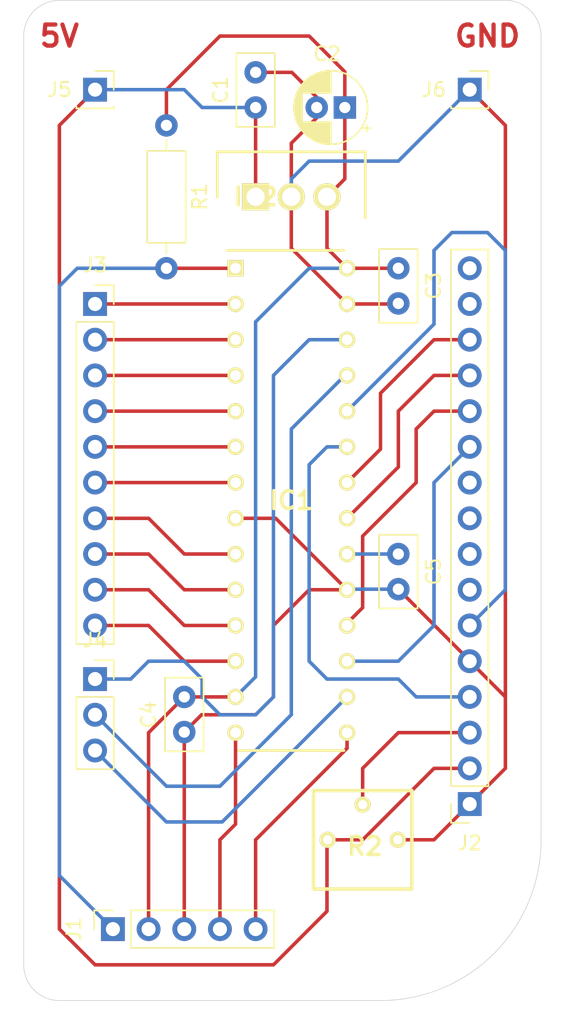
<source format=kicad_pcb>
(kicad_pcb (version 20171130) (host pcbnew "(5.1.9)-1")

  (general
    (thickness 1.6)
    (drawings 10)
    (tracks 155)
    (zones 0)
    (modules 15)
    (nets 34)
  )

  (page A4)
  (layers
    (0 F.Cu signal)
    (31 B.Cu signal)
    (32 B.Adhes user)
    (33 F.Adhes user)
    (34 B.Paste user)
    (35 F.Paste user)
    (36 B.SilkS user)
    (37 F.SilkS user)
    (38 B.Mask user)
    (39 F.Mask user)
    (40 Dwgs.User user)
    (41 Cmts.User user)
    (42 Eco1.User user)
    (43 Eco2.User user)
    (44 Edge.Cuts user)
    (45 Margin user)
    (46 B.CrtYd user)
    (47 F.CrtYd user)
    (48 B.Fab user)
    (49 F.Fab user)
  )

  (setup
    (last_trace_width 0.25)
    (trace_clearance 0.2)
    (zone_clearance 0.508)
    (zone_45_only no)
    (trace_min 0.2)
    (via_size 0.8)
    (via_drill 0.4)
    (via_min_size 0.4)
    (via_min_drill 0.3)
    (uvia_size 0.3)
    (uvia_drill 0.1)
    (uvias_allowed no)
    (uvia_min_size 0.2)
    (uvia_min_drill 0.1)
    (edge_width 0.05)
    (segment_width 0.2)
    (pcb_text_width 0.3)
    (pcb_text_size 1.5 1.5)
    (mod_edge_width 0.12)
    (mod_text_size 1 1)
    (mod_text_width 0.15)
    (pad_size 1.524 1.524)
    (pad_drill 0.762)
    (pad_to_mask_clearance 0)
    (aux_axis_origin 0 0)
    (visible_elements FFFDEF7F)
    (pcbplotparams
      (layerselection 0x010fc_ffffffff)
      (usegerberextensions false)
      (usegerberattributes true)
      (usegerberadvancedattributes true)
      (creategerberjobfile true)
      (excludeedgelayer true)
      (linewidth 0.100000)
      (plotframeref false)
      (viasonmask false)
      (mode 1)
      (useauxorigin false)
      (hpglpennumber 1)
      (hpglpenspeed 20)
      (hpglpendiameter 15.000000)
      (psnegative false)
      (psa4output false)
      (plotreference true)
      (plotvalue true)
      (plotinvisibletext false)
      (padsonsilk false)
      (subtractmaskfromsilk false)
      (outputformat 1)
      (mirror false)
      (drillshape 1)
      (scaleselection 1)
      (outputdirectory ""))
  )

  (net 0 "")
  (net 1 +5V)
  (net 2 GND)
  (net 3 +3V3)
  (net 4 "Net-(C5-Pad1)")
  (net 5 "Net-(IC1-Pad1)")
  (net 6 PIN02)
  (net 7 PIN03)
  (net 8 PIN04)
  (net 9 PIN05)
  (net 10 PIN06)
  (net 11 "Net-(IC1-Pad7)")
  (net 12 PIN09)
  (net 13 PIN10)
  (net 14 PIN11)
  (net 15 PIN12)
  (net 16 PGD)
  (net 17 PGC)
  (net 18 PIN16)
  (net 19 DB4)
  (net 20 DB5)
  (net 21 DB6)
  (net 22 DB7)
  (net 23 RS)
  (net 24 E)
  (net 25 PIN25)
  (net 26 PIN26)
  (net 27 "Net-(J2-Pad3)")
  (net 28 "Net-(J2-Pad7)")
  (net 29 "Net-(J2-Pad8)")
  (net 30 "Net-(J2-Pad9)")
  (net 31 "Net-(J2-Pad10)")
  (net 32 "Net-(J2-Pad15)")
  (net 33 "Net-(J2-Pad16)")

  (net_class Default "This is the default net class."
    (clearance 0.2)
    (trace_width 0.25)
    (via_dia 0.8)
    (via_drill 0.4)
    (uvia_dia 0.3)
    (uvia_drill 0.1)
    (add_net +3V3)
    (add_net +5V)
    (add_net DB4)
    (add_net DB5)
    (add_net DB6)
    (add_net DB7)
    (add_net E)
    (add_net GND)
    (add_net "Net-(C5-Pad1)")
    (add_net "Net-(IC1-Pad1)")
    (add_net "Net-(IC1-Pad7)")
    (add_net "Net-(J2-Pad10)")
    (add_net "Net-(J2-Pad15)")
    (add_net "Net-(J2-Pad16)")
    (add_net "Net-(J2-Pad3)")
    (add_net "Net-(J2-Pad7)")
    (add_net "Net-(J2-Pad8)")
    (add_net "Net-(J2-Pad9)")
    (add_net PGC)
    (add_net PGD)
    (add_net PIN02)
    (add_net PIN03)
    (add_net PIN04)
    (add_net PIN05)
    (add_net PIN06)
    (add_net PIN09)
    (add_net PIN10)
    (add_net PIN11)
    (add_net PIN12)
    (add_net PIN16)
    (add_net PIN25)
    (add_net PIN26)
    (add_net RS)
  )

  (module DSPIC33EP64MC502-I_SP:DIP794W56P254L3486H508Q28N (layer F.Cu) (tedit 5FF0C7DB) (tstamp 5FF16B02)
    (at 143.51 99.06)
    (descr "28-Lead Skinny Plastic Dual In-Line (SP) - 300mil Body [PDIP]")
    (tags "Integrated Circuit")
    (path /5FF203EE)
    (fp_text reference IC1 (at 0 0) (layer F.SilkS)
      (effects (font (size 1.27 1.27) (thickness 0.254)))
    )
    (fp_text value DSPIC33EP64MC502-I_SP (at 0 0) (layer F.SilkS) hide
      (effects (font (size 1.27 1.27) (thickness 0.254)))
    )
    (fp_line (start -5.084 -18.03) (end 5.084 -18.03) (layer Dwgs.User) (width 0.05))
    (fp_line (start 5.084 -18.03) (end 5.084 18.03) (layer Dwgs.User) (width 0.05))
    (fp_line (start 5.084 18.03) (end -5.084 18.03) (layer Dwgs.User) (width 0.05))
    (fp_line (start -5.084 18.03) (end -5.084 -18.03) (layer Dwgs.User) (width 0.05))
    (fp_line (start -3.746 -17.78) (end 3.746 -17.78) (layer Dwgs.User) (width 0.1))
    (fp_line (start 3.746 -17.78) (end 3.746 17.78) (layer Dwgs.User) (width 0.1))
    (fp_line (start 3.746 17.78) (end -3.746 17.78) (layer Dwgs.User) (width 0.1))
    (fp_line (start -3.746 17.78) (end -3.746 -17.78) (layer Dwgs.User) (width 0.1))
    (fp_line (start -3.746 -16.51) (end -2.476 -17.78) (layer Dwgs.User) (width 0.1))
    (fp_line (start -4.548 -17.78) (end 3.746 -17.78) (layer F.SilkS) (width 0.2))
    (fp_line (start -3.746 17.78) (end 3.746 17.78) (layer F.SilkS) (width 0.2))
    (pad 1 thru_hole rect (at -3.969 -16.51 90) (size 1.159 1.159) (drill 0.759) (layers *.Cu *.Mask F.SilkS)
      (net 5 "Net-(IC1-Pad1)"))
    (pad 2 thru_hole circle (at -3.969 -13.97 90) (size 1.159 1.159) (drill 0.759) (layers *.Cu *.Mask F.SilkS)
      (net 6 PIN02))
    (pad 3 thru_hole circle (at -3.969 -11.43 90) (size 1.159 1.159) (drill 0.759) (layers *.Cu *.Mask F.SilkS)
      (net 7 PIN03))
    (pad 4 thru_hole circle (at -3.969 -8.89 90) (size 1.159 1.159) (drill 0.759) (layers *.Cu *.Mask F.SilkS)
      (net 8 PIN04))
    (pad 5 thru_hole circle (at -3.969 -6.35 90) (size 1.159 1.159) (drill 0.759) (layers *.Cu *.Mask F.SilkS)
      (net 9 PIN05))
    (pad 6 thru_hole circle (at -3.969 -3.81 90) (size 1.159 1.159) (drill 0.759) (layers *.Cu *.Mask F.SilkS)
      (net 10 PIN06))
    (pad 7 thru_hole circle (at -3.969 -1.27 90) (size 1.159 1.159) (drill 0.759) (layers *.Cu *.Mask F.SilkS)
      (net 11 "Net-(IC1-Pad7)"))
    (pad 8 thru_hole circle (at -3.969 1.27 90) (size 1.159 1.159) (drill 0.759) (layers *.Cu *.Mask F.SilkS)
      (net 2 GND))
    (pad 9 thru_hole circle (at -3.969 3.81 90) (size 1.159 1.159) (drill 0.759) (layers *.Cu *.Mask F.SilkS)
      (net 12 PIN09))
    (pad 10 thru_hole circle (at -3.969 6.35 90) (size 1.159 1.159) (drill 0.759) (layers *.Cu *.Mask F.SilkS)
      (net 13 PIN10))
    (pad 11 thru_hole circle (at -3.969 8.89 90) (size 1.159 1.159) (drill 0.759) (layers *.Cu *.Mask F.SilkS)
      (net 14 PIN11))
    (pad 12 thru_hole circle (at -3.969 11.43 90) (size 1.159 1.159) (drill 0.759) (layers *.Cu *.Mask F.SilkS)
      (net 15 PIN12))
    (pad 13 thru_hole circle (at -3.969 13.97 90) (size 1.159 1.159) (drill 0.759) (layers *.Cu *.Mask F.SilkS)
      (net 3 +3V3))
    (pad 14 thru_hole circle (at -3.969 16.51 90) (size 1.159 1.159) (drill 0.759) (layers *.Cu *.Mask F.SilkS)
      (net 16 PGD))
    (pad 15 thru_hole circle (at 3.969 16.51 90) (size 1.159 1.159) (drill 0.759) (layers *.Cu *.Mask F.SilkS)
      (net 17 PGC))
    (pad 16 thru_hole circle (at 3.969 13.97 90) (size 1.159 1.159) (drill 0.759) (layers *.Cu *.Mask F.SilkS)
      (net 18 PIN16))
    (pad 17 thru_hole circle (at 3.969 11.43 90) (size 1.159 1.159) (drill 0.759) (layers *.Cu *.Mask F.SilkS)
      (net 19 DB4))
    (pad 18 thru_hole circle (at 3.969 8.89 90) (size 1.159 1.159) (drill 0.759) (layers *.Cu *.Mask F.SilkS)
      (net 20 DB5))
    (pad 19 thru_hole circle (at 3.969 6.35 90) (size 1.159 1.159) (drill 0.759) (layers *.Cu *.Mask F.SilkS)
      (net 2 GND))
    (pad 20 thru_hole circle (at 3.969 3.81 90) (size 1.159 1.159) (drill 0.759) (layers *.Cu *.Mask F.SilkS)
      (net 4 "Net-(C5-Pad1)"))
    (pad 21 thru_hole circle (at 3.969 1.27 90) (size 1.159 1.159) (drill 0.759) (layers *.Cu *.Mask F.SilkS)
      (net 21 DB6))
    (pad 22 thru_hole circle (at 3.969 -1.27 90) (size 1.159 1.159) (drill 0.759) (layers *.Cu *.Mask F.SilkS)
      (net 22 DB7))
    (pad 23 thru_hole circle (at 3.969 -3.81 90) (size 1.159 1.159) (drill 0.759) (layers *.Cu *.Mask F.SilkS)
      (net 23 RS))
    (pad 24 thru_hole circle (at 3.969 -6.35 90) (size 1.159 1.159) (drill 0.759) (layers *.Cu *.Mask F.SilkS)
      (net 24 E))
    (pad 25 thru_hole circle (at 3.969 -8.89 90) (size 1.159 1.159) (drill 0.759) (layers *.Cu *.Mask F.SilkS)
      (net 25 PIN25))
    (pad 26 thru_hole circle (at 3.969 -11.43 90) (size 1.159 1.159) (drill 0.759) (layers *.Cu *.Mask F.SilkS)
      (net 26 PIN26))
    (pad 27 thru_hole circle (at 3.969 -13.97 90) (size 1.159 1.159) (drill 0.759) (layers *.Cu *.Mask F.SilkS)
      (net 2 GND))
    (pad 28 thru_hole circle (at 3.969 -16.51 90) (size 1.159 1.159) (drill 0.759) (layers *.Cu *.Mask F.SilkS)
      (net 3 +3V3))
  )

  (module Connector_PinSocket_2.54mm:PinSocket_1x01_P2.54mm_Vertical (layer F.Cu) (tedit 5FF0F44D) (tstamp 5FF2977F)
    (at 156.21 69.85)
    (descr "Through hole straight socket strip, 1x01, 2.54mm pitch, single row (from Kicad 4.0.7), script generated")
    (tags "Through hole socket strip THT 1x01 2.54mm single row")
    (path /6030D9A2)
    (fp_text reference J6 (at -2.54 0) (layer F.SilkS)
      (effects (font (size 1 1) (thickness 0.15)))
    )
    (fp_text value Conn_01x01 (at 0 2.77) (layer F.Fab)
      (effects (font (size 1 1) (thickness 0.15)))
    )
    (fp_text user %R (at 0 0) (layer F.Fab)
      (effects (font (size 1 1) (thickness 0.15)))
    )
    (fp_line (start -1.27 -1.27) (end 0.635 -1.27) (layer F.Fab) (width 0.1))
    (fp_line (start 0.635 -1.27) (end 1.27 -0.635) (layer F.Fab) (width 0.1))
    (fp_line (start 1.27 -0.635) (end 1.27 1.27) (layer F.Fab) (width 0.1))
    (fp_line (start 1.27 1.27) (end -1.27 1.27) (layer F.Fab) (width 0.1))
    (fp_line (start -1.27 1.27) (end -1.27 -1.27) (layer F.Fab) (width 0.1))
    (fp_line (start -1.33 1.33) (end 1.33 1.33) (layer F.SilkS) (width 0.12))
    (fp_line (start -1.33 1.21) (end -1.33 1.33) (layer F.SilkS) (width 0.12))
    (fp_line (start 1.33 1.21) (end 1.33 1.33) (layer F.SilkS) (width 0.12))
    (fp_line (start 1.33 -1.33) (end 1.33 0) (layer F.SilkS) (width 0.12))
    (fp_line (start 0 -1.33) (end 1.33 -1.33) (layer F.SilkS) (width 0.12))
    (fp_line (start -1.8 -1.8) (end 1.75 -1.8) (layer F.CrtYd) (width 0.05))
    (fp_line (start 1.75 -1.8) (end 1.75 1.75) (layer F.CrtYd) (width 0.05))
    (fp_line (start 1.75 1.75) (end -1.8 1.75) (layer F.CrtYd) (width 0.05))
    (fp_line (start -1.8 1.75) (end -1.8 -1.8) (layer F.CrtYd) (width 0.05))
    (pad 1 thru_hole rect (at 0 0) (size 1.7 1.7) (drill 1) (layers *.Cu *.Mask)
      (net 2 GND))
    (model ${KISYS3DMOD}/Connector_PinSocket_2.54mm.3dshapes/PinSocket_1x01_P2.54mm_Vertical.wrl
      (at (xyz 0 0 0))
      (scale (xyz 1 1 1))
      (rotate (xyz 0 0 0))
    )
  )

  (module Connector_PinSocket_2.54mm:PinSocket_1x01_P2.54mm_Vertical (layer F.Cu) (tedit 5FF0F44F) (tstamp 5FF2976B)
    (at 129.54 69.85)
    (descr "Through hole straight socket strip, 1x01, 2.54mm pitch, single row (from Kicad 4.0.7), script generated")
    (tags "Through hole socket strip THT 1x01 2.54mm single row")
    (path /602EB31C)
    (fp_text reference J5 (at -2.54 0) (layer F.SilkS)
      (effects (font (size 1 1) (thickness 0.15)))
    )
    (fp_text value Conn_01x01 (at 0 2.77) (layer F.Fab)
      (effects (font (size 1 1) (thickness 0.15)))
    )
    (fp_text user %R (at 0 0) (layer F.Fab)
      (effects (font (size 1 1) (thickness 0.15)))
    )
    (fp_line (start -1.27 -1.27) (end 0.635 -1.27) (layer F.Fab) (width 0.1))
    (fp_line (start 0.635 -1.27) (end 1.27 -0.635) (layer F.Fab) (width 0.1))
    (fp_line (start 1.27 -0.635) (end 1.27 1.27) (layer F.Fab) (width 0.1))
    (fp_line (start 1.27 1.27) (end -1.27 1.27) (layer F.Fab) (width 0.1))
    (fp_line (start -1.27 1.27) (end -1.27 -1.27) (layer F.Fab) (width 0.1))
    (fp_line (start -1.33 1.33) (end 1.33 1.33) (layer F.SilkS) (width 0.12))
    (fp_line (start -1.33 1.21) (end -1.33 1.33) (layer F.SilkS) (width 0.12))
    (fp_line (start 1.33 1.21) (end 1.33 1.33) (layer F.SilkS) (width 0.12))
    (fp_line (start 1.33 -1.33) (end 1.33 0) (layer F.SilkS) (width 0.12))
    (fp_line (start 0 -1.33) (end 1.33 -1.33) (layer F.SilkS) (width 0.12))
    (fp_line (start -1.8 -1.8) (end 1.75 -1.8) (layer F.CrtYd) (width 0.05))
    (fp_line (start 1.75 -1.8) (end 1.75 1.75) (layer F.CrtYd) (width 0.05))
    (fp_line (start 1.75 1.75) (end -1.8 1.75) (layer F.CrtYd) (width 0.05))
    (fp_line (start -1.8 1.75) (end -1.8 -1.8) (layer F.CrtYd) (width 0.05))
    (pad 1 thru_hole rect (at 0 0) (size 1.7 1.7) (drill 1) (layers *.Cu *.Mask)
      (net 1 +5V))
    (model ${KISYS3DMOD}/Connector_PinSocket_2.54mm.3dshapes/PinSocket_1x01_P2.54mm_Vertical.wrl
      (at (xyz 0 0 0))
      (scale (xyz 1 1 1))
      (rotate (xyz 0 0 0))
    )
  )

  (module Capacitor_THT:C_Disc_D5.0mm_W2.5mm_P2.50mm (layer F.Cu) (tedit 5AE50EF0) (tstamp 5FF16A1B)
    (at 140.97 71.12 90)
    (descr "C, Disc series, Radial, pin pitch=2.50mm, , diameter*width=5*2.5mm^2, Capacitor, http://cdn-reichelt.de/documents/datenblatt/B300/DS_KERKO_TC.pdf")
    (tags "C Disc series Radial pin pitch 2.50mm  diameter 5mm width 2.5mm Capacitor")
    (path /5FF326BA)
    (fp_text reference C1 (at 1.25 -2.5 90) (layer F.SilkS)
      (effects (font (size 1 1) (thickness 0.15)))
    )
    (fp_text value 0.1u (at 1.25 2.5 90) (layer F.Fab)
      (effects (font (size 1 1) (thickness 0.15)))
    )
    (fp_line (start 4 -1.5) (end -1.5 -1.5) (layer F.CrtYd) (width 0.05))
    (fp_line (start 4 1.5) (end 4 -1.5) (layer F.CrtYd) (width 0.05))
    (fp_line (start -1.5 1.5) (end 4 1.5) (layer F.CrtYd) (width 0.05))
    (fp_line (start -1.5 -1.5) (end -1.5 1.5) (layer F.CrtYd) (width 0.05))
    (fp_line (start 3.87 -1.37) (end 3.87 1.37) (layer F.SilkS) (width 0.12))
    (fp_line (start -1.37 -1.37) (end -1.37 1.37) (layer F.SilkS) (width 0.12))
    (fp_line (start -1.37 1.37) (end 3.87 1.37) (layer F.SilkS) (width 0.12))
    (fp_line (start -1.37 -1.37) (end 3.87 -1.37) (layer F.SilkS) (width 0.12))
    (fp_line (start 3.75 -1.25) (end -1.25 -1.25) (layer F.Fab) (width 0.1))
    (fp_line (start 3.75 1.25) (end 3.75 -1.25) (layer F.Fab) (width 0.1))
    (fp_line (start -1.25 1.25) (end 3.75 1.25) (layer F.Fab) (width 0.1))
    (fp_line (start -1.25 -1.25) (end -1.25 1.25) (layer F.Fab) (width 0.1))
    (fp_text user %R (at 1.25 0 90) (layer F.Fab)
      (effects (font (size 1 1) (thickness 0.15)))
    )
    (pad 1 thru_hole circle (at 0 0 90) (size 1.6 1.6) (drill 0.8) (layers *.Cu *.Mask)
      (net 1 +5V))
    (pad 2 thru_hole circle (at 2.5 0 90) (size 1.6 1.6) (drill 0.8) (layers *.Cu *.Mask)
      (net 2 GND))
    (model ${KISYS3DMOD}/Capacitor_THT.3dshapes/C_Disc_D5.0mm_W2.5mm_P2.50mm.wrl
      (at (xyz 0 0 0))
      (scale (xyz 1 1 1))
      (rotate (xyz 0 0 0))
    )
  )

  (module Capacitor_THT:CP_Radial_D5.0mm_P2.00mm (layer F.Cu) (tedit 5FF0E8CA) (tstamp 5FF16A9E)
    (at 147.32 71.12 180)
    (descr "CP, Radial series, Radial, pin pitch=2.00mm, , diameter=5mm, Electrolytic Capacitor")
    (tags "CP Radial series Radial pin pitch 2.00mm  diameter 5mm Electrolytic Capacitor")
    (path /5FF313AE)
    (fp_text reference C2 (at 1.27 3.81 180) (layer F.SilkS)
      (effects (font (size 1 1) (thickness 0.15)))
    )
    (fp_text value 10u (at 1 3.75 180) (layer F.Fab)
      (effects (font (size 1 1) (thickness 0.15)))
    )
    (fp_line (start -1.554775 -1.725) (end -1.554775 -1.225) (layer F.SilkS) (width 0.12))
    (fp_line (start -1.804775 -1.475) (end -1.304775 -1.475) (layer F.SilkS) (width 0.12))
    (fp_line (start 3.601 -0.284) (end 3.601 0.284) (layer F.SilkS) (width 0.12))
    (fp_line (start 3.561 -0.518) (end 3.561 0.518) (layer F.SilkS) (width 0.12))
    (fp_line (start 3.521 -0.677) (end 3.521 0.677) (layer F.SilkS) (width 0.12))
    (fp_line (start 3.481 -0.805) (end 3.481 0.805) (layer F.SilkS) (width 0.12))
    (fp_line (start 3.441 -0.915) (end 3.441 0.915) (layer F.SilkS) (width 0.12))
    (fp_line (start 3.401 -1.011) (end 3.401 1.011) (layer F.SilkS) (width 0.12))
    (fp_line (start 3.361 -1.098) (end 3.361 1.098) (layer F.SilkS) (width 0.12))
    (fp_line (start 3.321 -1.178) (end 3.321 1.178) (layer F.SilkS) (width 0.12))
    (fp_line (start 3.281 -1.251) (end 3.281 1.251) (layer F.SilkS) (width 0.12))
    (fp_line (start 3.241 -1.319) (end 3.241 1.319) (layer F.SilkS) (width 0.12))
    (fp_line (start 3.201 -1.383) (end 3.201 1.383) (layer F.SilkS) (width 0.12))
    (fp_line (start 3.161 -1.443) (end 3.161 1.443) (layer F.SilkS) (width 0.12))
    (fp_line (start 3.121 -1.5) (end 3.121 1.5) (layer F.SilkS) (width 0.12))
    (fp_line (start 3.081 -1.554) (end 3.081 1.554) (layer F.SilkS) (width 0.12))
    (fp_line (start 3.041 -1.605) (end 3.041 1.605) (layer F.SilkS) (width 0.12))
    (fp_line (start 3.001 1.04) (end 3.001 1.653) (layer F.SilkS) (width 0.12))
    (fp_line (start 3.001 -1.653) (end 3.001 -1.04) (layer F.SilkS) (width 0.12))
    (fp_line (start 2.961 1.04) (end 2.961 1.699) (layer F.SilkS) (width 0.12))
    (fp_line (start 2.961 -1.699) (end 2.961 -1.04) (layer F.SilkS) (width 0.12))
    (fp_line (start 2.921 1.04) (end 2.921 1.743) (layer F.SilkS) (width 0.12))
    (fp_line (start 2.921 -1.743) (end 2.921 -1.04) (layer F.SilkS) (width 0.12))
    (fp_line (start 2.881 1.04) (end 2.881 1.785) (layer F.SilkS) (width 0.12))
    (fp_line (start 2.881 -1.785) (end 2.881 -1.04) (layer F.SilkS) (width 0.12))
    (fp_line (start 2.841 1.04) (end 2.841 1.826) (layer F.SilkS) (width 0.12))
    (fp_line (start 2.841 -1.826) (end 2.841 -1.04) (layer F.SilkS) (width 0.12))
    (fp_line (start 2.801 1.04) (end 2.801 1.864) (layer F.SilkS) (width 0.12))
    (fp_line (start 2.801 -1.864) (end 2.801 -1.04) (layer F.SilkS) (width 0.12))
    (fp_line (start 2.761 1.04) (end 2.761 1.901) (layer F.SilkS) (width 0.12))
    (fp_line (start 2.761 -1.901) (end 2.761 -1.04) (layer F.SilkS) (width 0.12))
    (fp_line (start 2.721 1.04) (end 2.721 1.937) (layer F.SilkS) (width 0.12))
    (fp_line (start 2.721 -1.937) (end 2.721 -1.04) (layer F.SilkS) (width 0.12))
    (fp_line (start 2.681 1.04) (end 2.681 1.971) (layer F.SilkS) (width 0.12))
    (fp_line (start 2.681 -1.971) (end 2.681 -1.04) (layer F.SilkS) (width 0.12))
    (fp_line (start 2.641 1.04) (end 2.641 2.004) (layer F.SilkS) (width 0.12))
    (fp_line (start 2.641 -2.004) (end 2.641 -1.04) (layer F.SilkS) (width 0.12))
    (fp_line (start 2.601 1.04) (end 2.601 2.035) (layer F.SilkS) (width 0.12))
    (fp_line (start 2.601 -2.035) (end 2.601 -1.04) (layer F.SilkS) (width 0.12))
    (fp_line (start 2.561 1.04) (end 2.561 2.065) (layer F.SilkS) (width 0.12))
    (fp_line (start 2.561 -2.065) (end 2.561 -1.04) (layer F.SilkS) (width 0.12))
    (fp_line (start 2.521 1.04) (end 2.521 2.095) (layer F.SilkS) (width 0.12))
    (fp_line (start 2.521 -2.095) (end 2.521 -1.04) (layer F.SilkS) (width 0.12))
    (fp_line (start 2.481 1.04) (end 2.481 2.122) (layer F.SilkS) (width 0.12))
    (fp_line (start 2.481 -2.122) (end 2.481 -1.04) (layer F.SilkS) (width 0.12))
    (fp_line (start 2.441 1.04) (end 2.441 2.149) (layer F.SilkS) (width 0.12))
    (fp_line (start 2.441 -2.149) (end 2.441 -1.04) (layer F.SilkS) (width 0.12))
    (fp_line (start 2.401 1.04) (end 2.401 2.175) (layer F.SilkS) (width 0.12))
    (fp_line (start 2.401 -2.175) (end 2.401 -1.04) (layer F.SilkS) (width 0.12))
    (fp_line (start 2.361 1.04) (end 2.361 2.2) (layer F.SilkS) (width 0.12))
    (fp_line (start 2.361 -2.2) (end 2.361 -1.04) (layer F.SilkS) (width 0.12))
    (fp_line (start 2.321 1.04) (end 2.321 2.224) (layer F.SilkS) (width 0.12))
    (fp_line (start 2.321 -2.224) (end 2.321 -1.04) (layer F.SilkS) (width 0.12))
    (fp_line (start 2.281 1.04) (end 2.281 2.247) (layer F.SilkS) (width 0.12))
    (fp_line (start 2.281 -2.247) (end 2.281 -1.04) (layer F.SilkS) (width 0.12))
    (fp_line (start 2.241 1.04) (end 2.241 2.268) (layer F.SilkS) (width 0.12))
    (fp_line (start 2.241 -2.268) (end 2.241 -1.04) (layer F.SilkS) (width 0.12))
    (fp_line (start 2.201 1.04) (end 2.201 2.29) (layer F.SilkS) (width 0.12))
    (fp_line (start 2.201 -2.29) (end 2.201 -1.04) (layer F.SilkS) (width 0.12))
    (fp_line (start 2.161 1.04) (end 2.161 2.31) (layer F.SilkS) (width 0.12))
    (fp_line (start 2.161 -2.31) (end 2.161 -1.04) (layer F.SilkS) (width 0.12))
    (fp_line (start 2.121 1.04) (end 2.121 2.329) (layer F.SilkS) (width 0.12))
    (fp_line (start 2.121 -2.329) (end 2.121 -1.04) (layer F.SilkS) (width 0.12))
    (fp_line (start 2.081 1.04) (end 2.081 2.348) (layer F.SilkS) (width 0.12))
    (fp_line (start 2.081 -2.348) (end 2.081 -1.04) (layer F.SilkS) (width 0.12))
    (fp_line (start 2.041 1.04) (end 2.041 2.365) (layer F.SilkS) (width 0.12))
    (fp_line (start 2.041 -2.365) (end 2.041 -1.04) (layer F.SilkS) (width 0.12))
    (fp_line (start 2.001 1.04) (end 2.001 2.382) (layer F.SilkS) (width 0.12))
    (fp_line (start 2.001 -2.382) (end 2.001 -1.04) (layer F.SilkS) (width 0.12))
    (fp_line (start 1.961 1.04) (end 1.961 2.398) (layer F.SilkS) (width 0.12))
    (fp_line (start 1.961 -2.398) (end 1.961 -1.04) (layer F.SilkS) (width 0.12))
    (fp_line (start 1.921 1.04) (end 1.921 2.414) (layer F.SilkS) (width 0.12))
    (fp_line (start 1.921 -2.414) (end 1.921 -1.04) (layer F.SilkS) (width 0.12))
    (fp_line (start 1.881 1.04) (end 1.881 2.428) (layer F.SilkS) (width 0.12))
    (fp_line (start 1.881 -2.428) (end 1.881 -1.04) (layer F.SilkS) (width 0.12))
    (fp_line (start 1.841 1.04) (end 1.841 2.442) (layer F.SilkS) (width 0.12))
    (fp_line (start 1.841 -2.442) (end 1.841 -1.04) (layer F.SilkS) (width 0.12))
    (fp_line (start 1.801 1.04) (end 1.801 2.455) (layer F.SilkS) (width 0.12))
    (fp_line (start 1.801 -2.455) (end 1.801 -1.04) (layer F.SilkS) (width 0.12))
    (fp_line (start 1.761 1.04) (end 1.761 2.468) (layer F.SilkS) (width 0.12))
    (fp_line (start 1.761 -2.468) (end 1.761 -1.04) (layer F.SilkS) (width 0.12))
    (fp_line (start 1.721 1.04) (end 1.721 2.48) (layer F.SilkS) (width 0.12))
    (fp_line (start 1.721 -2.48) (end 1.721 -1.04) (layer F.SilkS) (width 0.12))
    (fp_line (start 1.68 1.04) (end 1.68 2.491) (layer F.SilkS) (width 0.12))
    (fp_line (start 1.68 -2.491) (end 1.68 -1.04) (layer F.SilkS) (width 0.12))
    (fp_line (start 1.64 1.04) (end 1.64 2.501) (layer F.SilkS) (width 0.12))
    (fp_line (start 1.64 -2.501) (end 1.64 -1.04) (layer F.SilkS) (width 0.12))
    (fp_line (start 1.6 1.04) (end 1.6 2.511) (layer F.SilkS) (width 0.12))
    (fp_line (start 1.6 -2.511) (end 1.6 -1.04) (layer F.SilkS) (width 0.12))
    (fp_line (start 1.56 1.04) (end 1.56 2.52) (layer F.SilkS) (width 0.12))
    (fp_line (start 1.56 -2.52) (end 1.56 -1.04) (layer F.SilkS) (width 0.12))
    (fp_line (start 1.52 1.04) (end 1.52 2.528) (layer F.SilkS) (width 0.12))
    (fp_line (start 1.52 -2.528) (end 1.52 -1.04) (layer F.SilkS) (width 0.12))
    (fp_line (start 1.48 1.04) (end 1.48 2.536) (layer F.SilkS) (width 0.12))
    (fp_line (start 1.48 -2.536) (end 1.48 -1.04) (layer F.SilkS) (width 0.12))
    (fp_line (start 1.44 1.04) (end 1.44 2.543) (layer F.SilkS) (width 0.12))
    (fp_line (start 1.44 -2.543) (end 1.44 -1.04) (layer F.SilkS) (width 0.12))
    (fp_line (start 1.4 1.04) (end 1.4 2.55) (layer F.SilkS) (width 0.12))
    (fp_line (start 1.4 -2.55) (end 1.4 -1.04) (layer F.SilkS) (width 0.12))
    (fp_line (start 1.36 1.04) (end 1.36 2.556) (layer F.SilkS) (width 0.12))
    (fp_line (start 1.36 -2.556) (end 1.36 -1.04) (layer F.SilkS) (width 0.12))
    (fp_line (start 1.32 1.04) (end 1.32 2.561) (layer F.SilkS) (width 0.12))
    (fp_line (start 1.32 -2.561) (end 1.32 -1.04) (layer F.SilkS) (width 0.12))
    (fp_line (start 1.28 1.04) (end 1.28 2.565) (layer F.SilkS) (width 0.12))
    (fp_line (start 1.28 -2.565) (end 1.28 -1.04) (layer F.SilkS) (width 0.12))
    (fp_line (start 1.24 1.04) (end 1.24 2.569) (layer F.SilkS) (width 0.12))
    (fp_line (start 1.24 -2.569) (end 1.24 -1.04) (layer F.SilkS) (width 0.12))
    (fp_line (start 1.2 1.04) (end 1.2 2.573) (layer F.SilkS) (width 0.12))
    (fp_line (start 1.2 -2.573) (end 1.2 -1.04) (layer F.SilkS) (width 0.12))
    (fp_line (start 1.16 1.04) (end 1.16 2.576) (layer F.SilkS) (width 0.12))
    (fp_line (start 1.16 -2.576) (end 1.16 -1.04) (layer F.SilkS) (width 0.12))
    (fp_line (start 1.12 1.04) (end 1.12 2.578) (layer F.SilkS) (width 0.12))
    (fp_line (start 1.12 -2.578) (end 1.12 -1.04) (layer F.SilkS) (width 0.12))
    (fp_line (start 1.08 1.04) (end 1.08 2.579) (layer F.SilkS) (width 0.12))
    (fp_line (start 1.08 -2.579) (end 1.08 -1.04) (layer F.SilkS) (width 0.12))
    (fp_line (start 1.04 -2.58) (end 1.04 -1.04) (layer F.SilkS) (width 0.12))
    (fp_line (start 1.04 1.04) (end 1.04 2.58) (layer F.SilkS) (width 0.12))
    (fp_line (start 1 -2.58) (end 1 -1.04) (layer F.SilkS) (width 0.12))
    (fp_line (start 1 1.04) (end 1 2.58) (layer F.SilkS) (width 0.12))
    (fp_line (start -0.883605 -1.3375) (end -0.883605 -0.8375) (layer F.Fab) (width 0.1))
    (fp_line (start -1.133605 -1.0875) (end -0.633605 -1.0875) (layer F.Fab) (width 0.1))
    (fp_circle (center 1 0) (end 3.75 0) (layer F.CrtYd) (width 0.05))
    (fp_circle (center 1 0) (end 3.62 0) (layer F.SilkS) (width 0.12))
    (fp_circle (center 1 0) (end 3.5 0) (layer F.Fab) (width 0.1))
    (fp_text user %R (at 1 0 180) (layer F.Fab)
      (effects (font (size 1 1) (thickness 0.15)))
    )
    (pad 1 thru_hole rect (at 0 0 180) (size 1.6 1.6) (drill 0.8) (layers *.Cu *.Mask)
      (net 3 +3V3))
    (pad 2 thru_hole circle (at 2 0 180) (size 1.6 1.6) (drill 0.8) (layers *.Cu *.Mask)
      (net 2 GND))
    (model ${KISYS3DMOD}/Capacitor_THT.3dshapes/CP_Radial_D5.0mm_P2.00mm.wrl
      (at (xyz 0 0 0))
      (scale (xyz 1 1 1))
      (rotate (xyz 0 0 0))
    )
  )

  (module Capacitor_THT:C_Disc_D5.0mm_W2.5mm_P2.50mm (layer F.Cu) (tedit 5AE50EF0) (tstamp 5FF16AB1)
    (at 151.13 82.55 270)
    (descr "C, Disc series, Radial, pin pitch=2.50mm, , diameter*width=5*2.5mm^2, Capacitor, http://cdn-reichelt.de/documents/datenblatt/B300/DS_KERKO_TC.pdf")
    (tags "C Disc series Radial pin pitch 2.50mm  diameter 5mm width 2.5mm Capacitor")
    (path /5FF63C58)
    (fp_text reference C3 (at 1.25 -2.5 270) (layer F.SilkS)
      (effects (font (size 1 1) (thickness 0.15)))
    )
    (fp_text value 0.1u (at 1.25 2.5 270) (layer F.Fab)
      (effects (font (size 1 1) (thickness 0.15)))
    )
    (fp_text user %R (at 1.25 0 270) (layer F.Fab)
      (effects (font (size 1 1) (thickness 0.15)))
    )
    (fp_line (start -1.25 -1.25) (end -1.25 1.25) (layer F.Fab) (width 0.1))
    (fp_line (start -1.25 1.25) (end 3.75 1.25) (layer F.Fab) (width 0.1))
    (fp_line (start 3.75 1.25) (end 3.75 -1.25) (layer F.Fab) (width 0.1))
    (fp_line (start 3.75 -1.25) (end -1.25 -1.25) (layer F.Fab) (width 0.1))
    (fp_line (start -1.37 -1.37) (end 3.87 -1.37) (layer F.SilkS) (width 0.12))
    (fp_line (start -1.37 1.37) (end 3.87 1.37) (layer F.SilkS) (width 0.12))
    (fp_line (start -1.37 -1.37) (end -1.37 1.37) (layer F.SilkS) (width 0.12))
    (fp_line (start 3.87 -1.37) (end 3.87 1.37) (layer F.SilkS) (width 0.12))
    (fp_line (start -1.5 -1.5) (end -1.5 1.5) (layer F.CrtYd) (width 0.05))
    (fp_line (start -1.5 1.5) (end 4 1.5) (layer F.CrtYd) (width 0.05))
    (fp_line (start 4 1.5) (end 4 -1.5) (layer F.CrtYd) (width 0.05))
    (fp_line (start 4 -1.5) (end -1.5 -1.5) (layer F.CrtYd) (width 0.05))
    (pad 2 thru_hole circle (at 2.5 0 270) (size 1.6 1.6) (drill 0.8) (layers *.Cu *.Mask)
      (net 2 GND))
    (pad 1 thru_hole circle (at 0 0 270) (size 1.6 1.6) (drill 0.8) (layers *.Cu *.Mask)
      (net 3 +3V3))
    (model ${KISYS3DMOD}/Capacitor_THT.3dshapes/C_Disc_D5.0mm_W2.5mm_P2.50mm.wrl
      (at (xyz 0 0 0))
      (scale (xyz 1 1 1))
      (rotate (xyz 0 0 0))
    )
  )

  (module Capacitor_THT:C_Disc_D5.0mm_W2.5mm_P2.50mm (layer F.Cu) (tedit 5FF0E8D5) (tstamp 5FF16AC4)
    (at 135.89 113.03 270)
    (descr "C, Disc series, Radial, pin pitch=2.50mm, , diameter*width=5*2.5mm^2, Capacitor, http://cdn-reichelt.de/documents/datenblatt/B300/DS_KERKO_TC.pdf")
    (tags "C Disc series Radial pin pitch 2.50mm  diameter 5mm width 2.5mm Capacitor")
    (path /5FF7681D)
    (fp_text reference C4 (at 1.27 2.54 270) (layer F.SilkS)
      (effects (font (size 1 1) (thickness 0.15)))
    )
    (fp_text value 0.1u (at 1.25 2.5 270) (layer F.Fab)
      (effects (font (size 1 1) (thickness 0.15)))
    )
    (fp_text user %R (at 1.25 0 270) (layer F.Fab)
      (effects (font (size 1 1) (thickness 0.15)))
    )
    (fp_line (start -1.25 -1.25) (end -1.25 1.25) (layer F.Fab) (width 0.1))
    (fp_line (start -1.25 1.25) (end 3.75 1.25) (layer F.Fab) (width 0.1))
    (fp_line (start 3.75 1.25) (end 3.75 -1.25) (layer F.Fab) (width 0.1))
    (fp_line (start 3.75 -1.25) (end -1.25 -1.25) (layer F.Fab) (width 0.1))
    (fp_line (start -1.37 -1.37) (end 3.87 -1.37) (layer F.SilkS) (width 0.12))
    (fp_line (start -1.37 1.37) (end 3.87 1.37) (layer F.SilkS) (width 0.12))
    (fp_line (start -1.37 -1.37) (end -1.37 1.37) (layer F.SilkS) (width 0.12))
    (fp_line (start 3.87 -1.37) (end 3.87 1.37) (layer F.SilkS) (width 0.12))
    (fp_line (start -1.5 -1.5) (end -1.5 1.5) (layer F.CrtYd) (width 0.05))
    (fp_line (start -1.5 1.5) (end 4 1.5) (layer F.CrtYd) (width 0.05))
    (fp_line (start 4 1.5) (end 4 -1.5) (layer F.CrtYd) (width 0.05))
    (fp_line (start 4 -1.5) (end -1.5 -1.5) (layer F.CrtYd) (width 0.05))
    (pad 2 thru_hole circle (at 2.5 0 270) (size 1.6 1.6) (drill 0.8) (layers *.Cu *.Mask)
      (net 2 GND))
    (pad 1 thru_hole circle (at 0 0 270) (size 1.6 1.6) (drill 0.8) (layers *.Cu *.Mask)
      (net 3 +3V3))
    (model ${KISYS3DMOD}/Capacitor_THT.3dshapes/C_Disc_D5.0mm_W2.5mm_P2.50mm.wrl
      (at (xyz 0 0 0))
      (scale (xyz 1 1 1))
      (rotate (xyz 0 0 0))
    )
  )

  (module Capacitor_THT:C_Disc_D5.0mm_W2.5mm_P2.50mm (layer F.Cu) (tedit 5AE50EF0) (tstamp 5FF16AD7)
    (at 151.13 102.87 270)
    (descr "C, Disc series, Radial, pin pitch=2.50mm, , diameter*width=5*2.5mm^2, Capacitor, http://cdn-reichelt.de/documents/datenblatt/B300/DS_KERKO_TC.pdf")
    (tags "C Disc series Radial pin pitch 2.50mm  diameter 5mm width 2.5mm Capacitor")
    (path /5FF7C9A1)
    (fp_text reference C5 (at 1.25 -2.5 270) (layer F.SilkS)
      (effects (font (size 1 1) (thickness 0.15)))
    )
    (fp_text value 22u (at 1.25 2.5 270) (layer F.Fab)
      (effects (font (size 1 1) (thickness 0.15)))
    )
    (fp_line (start 4 -1.5) (end -1.5 -1.5) (layer F.CrtYd) (width 0.05))
    (fp_line (start 4 1.5) (end 4 -1.5) (layer F.CrtYd) (width 0.05))
    (fp_line (start -1.5 1.5) (end 4 1.5) (layer F.CrtYd) (width 0.05))
    (fp_line (start -1.5 -1.5) (end -1.5 1.5) (layer F.CrtYd) (width 0.05))
    (fp_line (start 3.87 -1.37) (end 3.87 1.37) (layer F.SilkS) (width 0.12))
    (fp_line (start -1.37 -1.37) (end -1.37 1.37) (layer F.SilkS) (width 0.12))
    (fp_line (start -1.37 1.37) (end 3.87 1.37) (layer F.SilkS) (width 0.12))
    (fp_line (start -1.37 -1.37) (end 3.87 -1.37) (layer F.SilkS) (width 0.12))
    (fp_line (start 3.75 -1.25) (end -1.25 -1.25) (layer F.Fab) (width 0.1))
    (fp_line (start 3.75 1.25) (end 3.75 -1.25) (layer F.Fab) (width 0.1))
    (fp_line (start -1.25 1.25) (end 3.75 1.25) (layer F.Fab) (width 0.1))
    (fp_line (start -1.25 -1.25) (end -1.25 1.25) (layer F.Fab) (width 0.1))
    (fp_text user %R (at 1.25 0 270) (layer F.Fab)
      (effects (font (size 1 1) (thickness 0.15)))
    )
    (pad 1 thru_hole circle (at 0 0 270) (size 1.6 1.6) (drill 0.8) (layers *.Cu *.Mask)
      (net 4 "Net-(C5-Pad1)"))
    (pad 2 thru_hole circle (at 2.5 0 270) (size 1.6 1.6) (drill 0.8) (layers *.Cu *.Mask)
      (net 2 GND))
    (model ${KISYS3DMOD}/Capacitor_THT.3dshapes/C_Disc_D5.0mm_W2.5mm_P2.50mm.wrl
      (at (xyz 0 0 0))
      (scale (xyz 1 1 1))
      (rotate (xyz 0 0 0))
    )
  )

  (module LM2937ET-3.3_NOPB:TO254P470X1028X1955-3P (layer F.Cu) (tedit 5FF0C52A) (tstamp 5FF16B15)
    (at 140.97 77.47)
    (descr TO-220-3-)
    (tags "Integrated Circuit")
    (path /5FF230C2)
    (fp_text reference IC2 (at 0 0) (layer F.SilkS)
      (effects (font (size 1.27 1.27) (thickness 0.254)))
    )
    (fp_text value LM2937ET-3.3_NOPB (at 0 0) (layer F.SilkS) hide
      (effects (font (size 1.27 1.27) (thickness 0.254)))
    )
    (fp_line (start -2.98 -3.45) (end 8.06 -3.45) (layer Dwgs.User) (width 0.05))
    (fp_line (start 8.06 -3.45) (end 8.06 1.75) (layer Dwgs.User) (width 0.05))
    (fp_line (start 8.06 1.75) (end -2.98 1.75) (layer Dwgs.User) (width 0.05))
    (fp_line (start -2.98 1.75) (end -2.98 -3.45) (layer Dwgs.User) (width 0.05))
    (fp_line (start -2.73 -3.2) (end 7.81 -3.2) (layer Dwgs.User) (width 0.1))
    (fp_line (start 7.81 -3.2) (end 7.81 1.5) (layer Dwgs.User) (width 0.1))
    (fp_line (start 7.81 1.5) (end -2.73 1.5) (layer Dwgs.User) (width 0.1))
    (fp_line (start -2.73 1.5) (end -2.73 -3.2) (layer Dwgs.User) (width 0.1))
    (fp_line (start -2.73 -1.93) (end -1.46 -3.2) (layer Dwgs.User) (width 0.1))
    (fp_line (start 7.81 1.5) (end 7.81 -3.2) (layer F.SilkS) (width 0.2))
    (fp_line (start 7.81 -3.2) (end -2.73 -3.2) (layer F.SilkS) (width 0.2))
    (fp_line (start -2.73 -3.2) (end -2.73 0) (layer F.SilkS) (width 0.2))
    (pad 1 thru_hole rect (at 0 0 90) (size 1.935 1.935) (drill 1.29) (layers *.Cu *.Mask F.SilkS)
      (net 1 +5V))
    (pad 2 thru_hole circle (at 2.54 0 90) (size 1.935 1.935) (drill 1.29) (layers *.Cu *.Mask F.SilkS)
      (net 2 GND))
    (pad 3 thru_hole circle (at 5.08 0 90) (size 1.935 1.935) (drill 1.29) (layers *.Cu *.Mask F.SilkS)
      (net 3 +3V3))
  )

  (module Connector_PinSocket_2.54mm:PinSocket_1x05_P2.54mm_Vertical (layer F.Cu) (tedit 5A19A420) (tstamp 5FF16B2E)
    (at 130.81 129.54 90)
    (descr "Through hole straight socket strip, 1x05, 2.54mm pitch, single row (from Kicad 4.0.7), script generated")
    (tags "Through hole socket strip THT 1x05 2.54mm single row")
    (path /5FF6BA94)
    (fp_text reference J1 (at 0 -2.77 90) (layer F.SilkS)
      (effects (font (size 1 1) (thickness 0.15)))
    )
    (fp_text value Conn_01x05_Male (at 0 12.93 90) (layer F.Fab)
      (effects (font (size 1 1) (thickness 0.15)))
    )
    (fp_line (start -1.8 11.9) (end -1.8 -1.8) (layer F.CrtYd) (width 0.05))
    (fp_line (start 1.75 11.9) (end -1.8 11.9) (layer F.CrtYd) (width 0.05))
    (fp_line (start 1.75 -1.8) (end 1.75 11.9) (layer F.CrtYd) (width 0.05))
    (fp_line (start -1.8 -1.8) (end 1.75 -1.8) (layer F.CrtYd) (width 0.05))
    (fp_line (start 0 -1.33) (end 1.33 -1.33) (layer F.SilkS) (width 0.12))
    (fp_line (start 1.33 -1.33) (end 1.33 0) (layer F.SilkS) (width 0.12))
    (fp_line (start 1.33 1.27) (end 1.33 11.49) (layer F.SilkS) (width 0.12))
    (fp_line (start -1.33 11.49) (end 1.33 11.49) (layer F.SilkS) (width 0.12))
    (fp_line (start -1.33 1.27) (end -1.33 11.49) (layer F.SilkS) (width 0.12))
    (fp_line (start -1.33 1.27) (end 1.33 1.27) (layer F.SilkS) (width 0.12))
    (fp_line (start -1.27 11.43) (end -1.27 -1.27) (layer F.Fab) (width 0.1))
    (fp_line (start 1.27 11.43) (end -1.27 11.43) (layer F.Fab) (width 0.1))
    (fp_line (start 1.27 -0.635) (end 1.27 11.43) (layer F.Fab) (width 0.1))
    (fp_line (start 0.635 -1.27) (end 1.27 -0.635) (layer F.Fab) (width 0.1))
    (fp_line (start -1.27 -1.27) (end 0.635 -1.27) (layer F.Fab) (width 0.1))
    (fp_text user %R (at 0 5.08 180) (layer F.Fab)
      (effects (font (size 1 1) (thickness 0.15)))
    )
    (pad 1 thru_hole rect (at 0 0 90) (size 1.7 1.7) (drill 1) (layers *.Cu *.Mask)
      (net 5 "Net-(IC1-Pad1)"))
    (pad 2 thru_hole oval (at 0 2.54 90) (size 1.7 1.7) (drill 1) (layers *.Cu *.Mask)
      (net 3 +3V3))
    (pad 3 thru_hole oval (at 0 5.08 90) (size 1.7 1.7) (drill 1) (layers *.Cu *.Mask)
      (net 2 GND))
    (pad 4 thru_hole oval (at 0 7.62 90) (size 1.7 1.7) (drill 1) (layers *.Cu *.Mask)
      (net 16 PGD))
    (pad 5 thru_hole oval (at 0 10.16 90) (size 1.7 1.7) (drill 1) (layers *.Cu *.Mask)
      (net 17 PGC))
    (model ${KISYS3DMOD}/Connector_PinSocket_2.54mm.3dshapes/PinSocket_1x05_P2.54mm_Vertical.wrl
      (at (xyz 0 0 0))
      (scale (xyz 1 1 1))
      (rotate (xyz 0 0 0))
    )
  )

  (module Connector_PinSocket_2.54mm:PinSocket_1x16_P2.54mm_Vertical (layer F.Cu) (tedit 5A19A41E) (tstamp 5FF16B52)
    (at 156.21 120.65 180)
    (descr "Through hole straight socket strip, 1x16, 2.54mm pitch, single row (from Kicad 4.0.7), script generated")
    (tags "Through hole socket strip THT 1x16 2.54mm single row")
    (path /5FF808FC)
    (fp_text reference J2 (at 0 -2.77 180) (layer F.SilkS)
      (effects (font (size 1 1) (thickness 0.15)))
    )
    (fp_text value Conn_01x16_Female (at 0 40.87 180) (layer F.Fab)
      (effects (font (size 1 1) (thickness 0.15)))
    )
    (fp_line (start -1.8 39.9) (end -1.8 -1.8) (layer F.CrtYd) (width 0.05))
    (fp_line (start 1.75 39.9) (end -1.8 39.9) (layer F.CrtYd) (width 0.05))
    (fp_line (start 1.75 -1.8) (end 1.75 39.9) (layer F.CrtYd) (width 0.05))
    (fp_line (start -1.8 -1.8) (end 1.75 -1.8) (layer F.CrtYd) (width 0.05))
    (fp_line (start 0 -1.33) (end 1.33 -1.33) (layer F.SilkS) (width 0.12))
    (fp_line (start 1.33 -1.33) (end 1.33 0) (layer F.SilkS) (width 0.12))
    (fp_line (start 1.33 1.27) (end 1.33 39.43) (layer F.SilkS) (width 0.12))
    (fp_line (start -1.33 39.43) (end 1.33 39.43) (layer F.SilkS) (width 0.12))
    (fp_line (start -1.33 1.27) (end -1.33 39.43) (layer F.SilkS) (width 0.12))
    (fp_line (start -1.33 1.27) (end 1.33 1.27) (layer F.SilkS) (width 0.12))
    (fp_line (start -1.27 39.37) (end -1.27 -1.27) (layer F.Fab) (width 0.1))
    (fp_line (start 1.27 39.37) (end -1.27 39.37) (layer F.Fab) (width 0.1))
    (fp_line (start 1.27 -0.635) (end 1.27 39.37) (layer F.Fab) (width 0.1))
    (fp_line (start 0.635 -1.27) (end 1.27 -0.635) (layer F.Fab) (width 0.1))
    (fp_line (start -1.27 -1.27) (end 0.635 -1.27) (layer F.Fab) (width 0.1))
    (fp_text user %R (at 0 19.05 270) (layer F.Fab)
      (effects (font (size 1 1) (thickness 0.15)))
    )
    (pad 1 thru_hole rect (at 0 0 180) (size 1.7 1.7) (drill 1) (layers *.Cu *.Mask)
      (net 2 GND))
    (pad 2 thru_hole oval (at 0 2.54 180) (size 1.7 1.7) (drill 1) (layers *.Cu *.Mask)
      (net 1 +5V))
    (pad 3 thru_hole oval (at 0 5.08 180) (size 1.7 1.7) (drill 1) (layers *.Cu *.Mask)
      (net 27 "Net-(J2-Pad3)"))
    (pad 4 thru_hole oval (at 0 7.62 180) (size 1.7 1.7) (drill 1) (layers *.Cu *.Mask)
      (net 23 RS))
    (pad 5 thru_hole oval (at 0 10.16 180) (size 1.7 1.7) (drill 1) (layers *.Cu *.Mask)
      (net 2 GND))
    (pad 6 thru_hole oval (at 0 12.7 180) (size 1.7 1.7) (drill 1) (layers *.Cu *.Mask)
      (net 24 E))
    (pad 7 thru_hole oval (at 0 15.24 180) (size 1.7 1.7) (drill 1) (layers *.Cu *.Mask)
      (net 28 "Net-(J2-Pad7)"))
    (pad 8 thru_hole oval (at 0 17.78 180) (size 1.7 1.7) (drill 1) (layers *.Cu *.Mask)
      (net 29 "Net-(J2-Pad8)"))
    (pad 9 thru_hole oval (at 0 20.32 180) (size 1.7 1.7) (drill 1) (layers *.Cu *.Mask)
      (net 30 "Net-(J2-Pad9)"))
    (pad 10 thru_hole oval (at 0 22.86 180) (size 1.7 1.7) (drill 1) (layers *.Cu *.Mask)
      (net 31 "Net-(J2-Pad10)"))
    (pad 11 thru_hole oval (at 0 25.4 180) (size 1.7 1.7) (drill 1) (layers *.Cu *.Mask)
      (net 19 DB4))
    (pad 12 thru_hole oval (at 0 27.94 180) (size 1.7 1.7) (drill 1) (layers *.Cu *.Mask)
      (net 20 DB5))
    (pad 13 thru_hole oval (at 0 30.48 180) (size 1.7 1.7) (drill 1) (layers *.Cu *.Mask)
      (net 21 DB6))
    (pad 14 thru_hole oval (at 0 33.02 180) (size 1.7 1.7) (drill 1) (layers *.Cu *.Mask)
      (net 22 DB7))
    (pad 15 thru_hole oval (at 0 35.56 180) (size 1.7 1.7) (drill 1) (layers *.Cu *.Mask)
      (net 32 "Net-(J2-Pad15)"))
    (pad 16 thru_hole oval (at 0 38.1 180) (size 1.7 1.7) (drill 1) (layers *.Cu *.Mask)
      (net 33 "Net-(J2-Pad16)"))
    (model ${KISYS3DMOD}/Connector_PinSocket_2.54mm.3dshapes/PinSocket_1x16_P2.54mm_Vertical.wrl
      (at (xyz 0 0 0))
      (scale (xyz 1 1 1))
      (rotate (xyz 0 0 0))
    )
  )

  (module Connector_PinSocket_2.54mm:PinSocket_1x10_P2.54mm_Vertical (layer F.Cu) (tedit 5A19A425) (tstamp 5FF16B70)
    (at 129.54 85.09)
    (descr "Through hole straight socket strip, 1x10, 2.54mm pitch, single row (from Kicad 4.0.7), script generated")
    (tags "Through hole socket strip THT 1x10 2.54mm single row")
    (path /5FFCC4EF)
    (fp_text reference J3 (at 0 -2.77) (layer F.SilkS)
      (effects (font (size 1 1) (thickness 0.15)))
    )
    (fp_text value Conn_01x10_Male (at 0 25.63) (layer F.Fab)
      (effects (font (size 1 1) (thickness 0.15)))
    )
    (fp_line (start -1.8 24.6) (end -1.8 -1.8) (layer F.CrtYd) (width 0.05))
    (fp_line (start 1.75 24.6) (end -1.8 24.6) (layer F.CrtYd) (width 0.05))
    (fp_line (start 1.75 -1.8) (end 1.75 24.6) (layer F.CrtYd) (width 0.05))
    (fp_line (start -1.8 -1.8) (end 1.75 -1.8) (layer F.CrtYd) (width 0.05))
    (fp_line (start 0 -1.33) (end 1.33 -1.33) (layer F.SilkS) (width 0.12))
    (fp_line (start 1.33 -1.33) (end 1.33 0) (layer F.SilkS) (width 0.12))
    (fp_line (start 1.33 1.27) (end 1.33 24.19) (layer F.SilkS) (width 0.12))
    (fp_line (start -1.33 24.19) (end 1.33 24.19) (layer F.SilkS) (width 0.12))
    (fp_line (start -1.33 1.27) (end -1.33 24.19) (layer F.SilkS) (width 0.12))
    (fp_line (start -1.33 1.27) (end 1.33 1.27) (layer F.SilkS) (width 0.12))
    (fp_line (start -1.27 24.13) (end -1.27 -1.27) (layer F.Fab) (width 0.1))
    (fp_line (start 1.27 24.13) (end -1.27 24.13) (layer F.Fab) (width 0.1))
    (fp_line (start 1.27 -0.635) (end 1.27 24.13) (layer F.Fab) (width 0.1))
    (fp_line (start 0.635 -1.27) (end 1.27 -0.635) (layer F.Fab) (width 0.1))
    (fp_line (start -1.27 -1.27) (end 0.635 -1.27) (layer F.Fab) (width 0.1))
    (fp_text user %R (at 0 11.43 90) (layer F.Fab)
      (effects (font (size 1 1) (thickness 0.15)))
    )
    (pad 1 thru_hole rect (at 0 0) (size 1.7 1.7) (drill 1) (layers *.Cu *.Mask)
      (net 6 PIN02))
    (pad 2 thru_hole oval (at 0 2.54) (size 1.7 1.7) (drill 1) (layers *.Cu *.Mask)
      (net 7 PIN03))
    (pad 3 thru_hole oval (at 0 5.08) (size 1.7 1.7) (drill 1) (layers *.Cu *.Mask)
      (net 8 PIN04))
    (pad 4 thru_hole oval (at 0 7.62) (size 1.7 1.7) (drill 1) (layers *.Cu *.Mask)
      (net 9 PIN05))
    (pad 5 thru_hole oval (at 0 10.16) (size 1.7 1.7) (drill 1) (layers *.Cu *.Mask)
      (net 10 PIN06))
    (pad 6 thru_hole oval (at 0 12.7) (size 1.7 1.7) (drill 1) (layers *.Cu *.Mask)
      (net 11 "Net-(IC1-Pad7)"))
    (pad 7 thru_hole oval (at 0 15.24) (size 1.7 1.7) (drill 1) (layers *.Cu *.Mask)
      (net 12 PIN09))
    (pad 8 thru_hole oval (at 0 17.78) (size 1.7 1.7) (drill 1) (layers *.Cu *.Mask)
      (net 13 PIN10))
    (pad 9 thru_hole oval (at 0 20.32) (size 1.7 1.7) (drill 1) (layers *.Cu *.Mask)
      (net 14 PIN11))
    (pad 10 thru_hole oval (at 0 22.86) (size 1.7 1.7) (drill 1) (layers *.Cu *.Mask)
      (net 15 PIN12))
    (model ${KISYS3DMOD}/Connector_PinSocket_2.54mm.3dshapes/PinSocket_1x10_P2.54mm_Vertical.wrl
      (at (xyz 0 0 0))
      (scale (xyz 1 1 1))
      (rotate (xyz 0 0 0))
    )
  )

  (module Connector_PinSocket_2.54mm:PinSocket_1x03_P2.54mm_Vertical (layer F.Cu) (tedit 5A19A429) (tstamp 5FF16B87)
    (at 129.54 111.76)
    (descr "Through hole straight socket strip, 1x03, 2.54mm pitch, single row (from Kicad 4.0.7), script generated")
    (tags "Through hole socket strip THT 1x03 2.54mm single row")
    (path /6001E016)
    (fp_text reference J4 (at 0 -2.77) (layer F.SilkS)
      (effects (font (size 1 1) (thickness 0.15)))
    )
    (fp_text value Conn_01x03_Male (at 0 7.85) (layer F.Fab)
      (effects (font (size 1 1) (thickness 0.15)))
    )
    (fp_line (start -1.8 6.85) (end -1.8 -1.8) (layer F.CrtYd) (width 0.05))
    (fp_line (start 1.75 6.85) (end -1.8 6.85) (layer F.CrtYd) (width 0.05))
    (fp_line (start 1.75 -1.8) (end 1.75 6.85) (layer F.CrtYd) (width 0.05))
    (fp_line (start -1.8 -1.8) (end 1.75 -1.8) (layer F.CrtYd) (width 0.05))
    (fp_line (start 0 -1.33) (end 1.33 -1.33) (layer F.SilkS) (width 0.12))
    (fp_line (start 1.33 -1.33) (end 1.33 0) (layer F.SilkS) (width 0.12))
    (fp_line (start 1.33 1.27) (end 1.33 6.41) (layer F.SilkS) (width 0.12))
    (fp_line (start -1.33 6.41) (end 1.33 6.41) (layer F.SilkS) (width 0.12))
    (fp_line (start -1.33 1.27) (end -1.33 6.41) (layer F.SilkS) (width 0.12))
    (fp_line (start -1.33 1.27) (end 1.33 1.27) (layer F.SilkS) (width 0.12))
    (fp_line (start -1.27 6.35) (end -1.27 -1.27) (layer F.Fab) (width 0.1))
    (fp_line (start 1.27 6.35) (end -1.27 6.35) (layer F.Fab) (width 0.1))
    (fp_line (start 1.27 -0.635) (end 1.27 6.35) (layer F.Fab) (width 0.1))
    (fp_line (start 0.635 -1.27) (end 1.27 -0.635) (layer F.Fab) (width 0.1))
    (fp_line (start -1.27 -1.27) (end 0.635 -1.27) (layer F.Fab) (width 0.1))
    (fp_text user %R (at 0 2.54 90) (layer F.Fab)
      (effects (font (size 1 1) (thickness 0.15)))
    )
    (pad 1 thru_hole rect (at 0 0) (size 1.7 1.7) (drill 1) (layers *.Cu *.Mask)
      (net 26 PIN26))
    (pad 2 thru_hole oval (at 0 2.54) (size 1.7 1.7) (drill 1) (layers *.Cu *.Mask)
      (net 25 PIN25))
    (pad 3 thru_hole oval (at 0 5.08) (size 1.7 1.7) (drill 1) (layers *.Cu *.Mask)
      (net 18 PIN16))
    (model ${KISYS3DMOD}/Connector_PinSocket_2.54mm.3dshapes/PinSocket_1x03_P2.54mm_Vertical.wrl
      (at (xyz 0 0 0))
      (scale (xyz 1 1 1))
      (rotate (xyz 0 0 0))
    )
  )

  (module Resistor_THT:R_Axial_DIN0207_L6.3mm_D2.5mm_P10.16mm_Horizontal (layer F.Cu) (tedit 5AE5139B) (tstamp 5FF16B9E)
    (at 134.62 72.39 270)
    (descr "Resistor, Axial_DIN0207 series, Axial, Horizontal, pin pitch=10.16mm, 0.25W = 1/4W, length*diameter=6.3*2.5mm^2, http://cdn-reichelt.de/documents/datenblatt/B400/1_4W%23YAG.pdf")
    (tags "Resistor Axial_DIN0207 series Axial Horizontal pin pitch 10.16mm 0.25W = 1/4W length 6.3mm diameter 2.5mm")
    (path /5FF3D95C)
    (fp_text reference R1 (at 5.08 -2.37 270) (layer F.SilkS)
      (effects (font (size 1 1) (thickness 0.15)))
    )
    (fp_text value 4.7k (at 5.08 2.37 270) (layer F.Fab)
      (effects (font (size 1 1) (thickness 0.15)))
    )
    (fp_line (start 11.21 -1.5) (end -1.05 -1.5) (layer F.CrtYd) (width 0.05))
    (fp_line (start 11.21 1.5) (end 11.21 -1.5) (layer F.CrtYd) (width 0.05))
    (fp_line (start -1.05 1.5) (end 11.21 1.5) (layer F.CrtYd) (width 0.05))
    (fp_line (start -1.05 -1.5) (end -1.05 1.5) (layer F.CrtYd) (width 0.05))
    (fp_line (start 9.12 0) (end 8.35 0) (layer F.SilkS) (width 0.12))
    (fp_line (start 1.04 0) (end 1.81 0) (layer F.SilkS) (width 0.12))
    (fp_line (start 8.35 -1.37) (end 1.81 -1.37) (layer F.SilkS) (width 0.12))
    (fp_line (start 8.35 1.37) (end 8.35 -1.37) (layer F.SilkS) (width 0.12))
    (fp_line (start 1.81 1.37) (end 8.35 1.37) (layer F.SilkS) (width 0.12))
    (fp_line (start 1.81 -1.37) (end 1.81 1.37) (layer F.SilkS) (width 0.12))
    (fp_line (start 10.16 0) (end 8.23 0) (layer F.Fab) (width 0.1))
    (fp_line (start 0 0) (end 1.93 0) (layer F.Fab) (width 0.1))
    (fp_line (start 8.23 -1.25) (end 1.93 -1.25) (layer F.Fab) (width 0.1))
    (fp_line (start 8.23 1.25) (end 8.23 -1.25) (layer F.Fab) (width 0.1))
    (fp_line (start 1.93 1.25) (end 8.23 1.25) (layer F.Fab) (width 0.1))
    (fp_line (start 1.93 -1.25) (end 1.93 1.25) (layer F.Fab) (width 0.1))
    (fp_text user %R (at 5.08 0 270) (layer F.Fab)
      (effects (font (size 1 1) (thickness 0.15)))
    )
    (pad 1 thru_hole circle (at 0 0 270) (size 1.6 1.6) (drill 0.8) (layers *.Cu *.Mask)
      (net 3 +3V3))
    (pad 2 thru_hole oval (at 10.16 0 270) (size 1.6 1.6) (drill 0.8) (layers *.Cu *.Mask)
      (net 5 "Net-(IC1-Pad1)"))
    (model ${KISYS3DMOD}/Resistor_THT.3dshapes/R_Axial_DIN0207_L6.3mm_D2.5mm_P10.16mm_Horizontal.wrl
      (at (xyz 0 0 0))
      (scale (xyz 1 1 1))
      (rotate (xyz 0 0 0))
    )
  )

  (module CT6EP103:CT-6EP (layer F.Cu) (tedit 5FF0D227) (tstamp 5FF16BAD)
    (at 148.59 123.19)
    (descr CT-6EP)
    (tags Resistor)
    (path /5FF98BD8)
    (fp_text reference R2 (at 0.158 0.466) (layer F.SilkS)
      (effects (font (size 1.27 1.27) (thickness 0.254)))
    )
    (fp_text value CT6EP103 (at 0.158 0.466) (layer F.SilkS) hide
      (effects (font (size 1.27 1.27) (thickness 0.254)))
    )
    (fp_line (start -3.5 -3.5) (end 3.5 -3.5) (layer Dwgs.User) (width 0.254))
    (fp_line (start 3.5 -3.5) (end 3.5 3.5) (layer Dwgs.User) (width 0.254))
    (fp_line (start 3.5 3.5) (end -3.5 3.5) (layer Dwgs.User) (width 0.254))
    (fp_line (start -3.5 3.5) (end -3.5 -3.5) (layer Dwgs.User) (width 0.254))
    (fp_line (start -3.5 3.5) (end -3.5 -3.5) (layer F.SilkS) (width 0.254))
    (fp_line (start -3.5 -3.5) (end 3.5 -3.5) (layer F.SilkS) (width 0.254))
    (fp_line (start 3.5 -3.5) (end 3.5 3.5) (layer F.SilkS) (width 0.254))
    (fp_line (start 3.5 3.5) (end -3.5 3.5) (layer F.SilkS) (width 0.254))
    (pad 1 thru_hole circle (at -2.5 0 90) (size 1.15 1.15) (drill 0.65) (layers *.Cu *.Mask F.SilkS)
      (net 1 +5V))
    (pad 2 thru_hole circle (at 0 -2.5 90) (size 1.15 1.15) (drill 0.65) (layers *.Cu *.Mask F.SilkS)
      (net 27 "Net-(J2-Pad3)"))
    (pad 3 thru_hole circle (at 2.5 0 90) (size 1.15 1.15) (drill 0.65) (layers *.Cu *.Mask F.SilkS)
      (net 2 GND))
  )

  (gr_text GND (at 157.48 66.04) (layer F.Cu)
    (effects (font (size 1.5 1.5) (thickness 0.3)))
  )
  (gr_text 5V (at 127 66.04) (layer F.Cu)
    (effects (font (size 1.5 1.5) (thickness 0.3)))
  )
  (gr_arc (start 149.86 123.19) (end 161.29 123.19) (angle 90) (layer Edge.Cuts) (width 0.05))
  (gr_arc (start 127 132.08) (end 127 134.62) (angle 90) (layer Edge.Cuts) (width 0.05))
  (gr_arc (start 127 66.04) (end 124.46 66.04) (angle 90) (layer Edge.Cuts) (width 0.05))
  (gr_arc (start 158.75 66.04) (end 158.75 63.5) (angle 90) (layer Edge.Cuts) (width 0.05))
  (gr_line (start 161.29 66.04) (end 161.29 123.19) (angle 90) (layer Edge.Cuts) (width 0.05))
  (gr_line (start 127 63.5) (end 158.75 63.5) (angle 90) (layer Edge.Cuts) (width 0.05))
  (gr_line (start 124.46 132.08) (end 124.46 66.04) (angle 90) (layer Edge.Cuts) (width 0.05))
  (gr_line (start 127 134.62) (end 149.86 134.62) (angle 90) (layer Edge.Cuts) (width 0.05))

  (segment (start 140.97 71.12) (end 140.97 77.47) (width 0.25) (layer F.Cu) (net 1) (status C00000))
  (segment (start 156.21 118.11) (end 153.67 118.11) (width 0.25) (layer F.Cu) (net 1) (status 400000))
  (segment (start 153.67 118.11) (end 148.59 123.19) (width 0.25) (layer F.Cu) (net 1) (tstamp 5FF28C16))
  (segment (start 148.59 123.19) (end 146.09 123.19) (width 0.25) (layer F.Cu) (net 1) (tstamp 5FF28C18) (status 800000))
  (segment (start 129.54 69.85) (end 135.89 69.85) (width 0.25) (layer B.Cu) (net 1) (status 400000))
  (segment (start 137.16 71.12) (end 140.97 71.12) (width 0.25) (layer B.Cu) (net 1) (tstamp 5FF29FD0) (status 800000))
  (segment (start 135.89 69.85) (end 137.16 71.12) (width 0.25) (layer B.Cu) (net 1) (tstamp 5FF29FCE))
  (segment (start 129.54 69.85) (end 127 72.39) (width 0.25) (layer F.Cu) (net 1) (status 400000))
  (segment (start 146.05 123.23) (end 146.09 123.19) (width 0.25) (layer F.Cu) (net 1) (tstamp 5FF2A04C) (status C00000))
  (segment (start 146.05 128.27) (end 146.05 123.23) (width 0.25) (layer F.Cu) (net 1) (tstamp 5FF2A04B) (status 800000))
  (segment (start 142.24 132.08) (end 146.05 128.27) (width 0.25) (layer F.Cu) (net 1) (tstamp 5FF2A04A))
  (segment (start 129.54 132.08) (end 142.24 132.08) (width 0.25) (layer F.Cu) (net 1) (tstamp 5FF2A049))
  (segment (start 127 129.54) (end 129.54 132.08) (width 0.25) (layer F.Cu) (net 1) (tstamp 5FF2A048))
  (segment (start 127 120.65) (end 127 129.54) (width 0.25) (layer F.Cu) (net 1) (tstamp 5FF2A046))
  (segment (start 127 72.39) (end 127 120.65) (width 0.25) (layer F.Cu) (net 1) (tstamp 5FF2A045))
  (segment (start 145.32 71.12) (end 145.32 70.39) (width 0.25) (layer F.Cu) (net 2) (status C00000))
  (segment (start 143.55 68.62) (end 140.97 68.62) (width 0.25) (layer F.Cu) (net 2) (tstamp 5FF289F4) (status 800000))
  (segment (start 145.32 70.39) (end 143.55 68.62) (width 0.25) (layer F.Cu) (net 2) (tstamp 5FF289F3) (status 400000))
  (segment (start 145.32 71.12) (end 145.32 71.85) (width 0.25) (layer F.Cu) (net 2) (status C00000))
  (segment (start 143.51 73.66) (end 143.51 77.47) (width 0.25) (layer F.Cu) (net 2) (tstamp 5FF289FB) (status 800000))
  (segment (start 145.32 71.85) (end 143.51 73.66) (width 0.25) (layer F.Cu) (net 2) (tstamp 5FF289FA) (status 400000))
  (segment (start 147.479 85.09) (end 151.09 85.09) (width 0.25) (layer F.Cu) (net 2) (status C00000))
  (segment (start 151.09 85.09) (end 151.13 85.05) (width 0.25) (layer F.Cu) (net 2) (tstamp 5FF28A2B) (status C00000))
  (segment (start 143.51 77.47) (end 143.51 81.121) (width 0.25) (layer F.Cu) (net 2) (status 400000))
  (segment (start 143.51 81.121) (end 147.479 85.09) (width 0.25) (layer F.Cu) (net 2) (tstamp 5FF28A2E) (status 800000))
  (segment (start 135.89 115.53) (end 135.89 129.54) (width 0.25) (layer F.Cu) (net 2) (status C00000))
  (segment (start 151.09 123.19) (end 153.67 123.19) (width 0.25) (layer F.Cu) (net 2) (status 400000))
  (segment (start 153.67 123.19) (end 156.21 120.65) (width 0.25) (layer F.Cu) (net 2) (tstamp 5FF28C0C) (status 800000))
  (segment (start 156.21 69.85) (end 151.13 74.93) (width 0.25) (layer B.Cu) (net 2) (status 400000))
  (segment (start 143.51 76.2) (end 143.51 77.47) (width 0.25) (layer B.Cu) (net 2) (tstamp 5FF29FD7) (status 800000))
  (segment (start 144.78 74.93) (end 143.51 76.2) (width 0.25) (layer B.Cu) (net 2) (tstamp 5FF29FD6))
  (segment (start 146.05 74.93) (end 144.78 74.93) (width 0.25) (layer B.Cu) (net 2) (tstamp 5FF29FD5))
  (segment (start 151.13 74.93) (end 146.05 74.93) (width 0.25) (layer B.Cu) (net 2) (tstamp 5FF29FD4))
  (segment (start 156.21 120.65) (end 158.75 118.11) (width 0.25) (layer F.Cu) (net 2) (status 400000))
  (segment (start 158.75 118.11) (end 158.75 113.03) (width 0.25) (layer F.Cu) (net 2) (tstamp 5FF2A008))
  (segment (start 158.75 113.03) (end 156.21 110.49) (width 0.25) (layer F.Cu) (net 2) (tstamp 5FF2A009) (status 800000))
  (segment (start 156.21 110.49) (end 156.21 110.45) (width 0.25) (layer F.Cu) (net 2) (status C00000))
  (segment (start 156.21 110.45) (end 151.13 105.37) (width 0.25) (layer F.Cu) (net 2) (tstamp 5FF2A00F) (status C00000))
  (segment (start 156.21 69.85) (end 158.75 72.39) (width 0.25) (layer F.Cu) (net 2) (status 400000))
  (segment (start 158.75 72.39) (end 158.75 113.03) (width 0.25) (layer F.Cu) (net 2) (tstamp 5FF2A012))
  (segment (start 151.13 105.37) (end 147.519 105.37) (width 0.25) (layer B.Cu) (net 2) (status C00000))
  (segment (start 147.519 105.37) (end 147.479 105.41) (width 0.25) (layer B.Cu) (net 2) (tstamp 5FF2A060) (status C00000))
  (segment (start 139.541 100.33) (end 142.399 100.33) (width 0.25) (layer F.Cu) (net 2) (status 400000))
  (segment (start 142.399 100.33) (end 147.479 105.41) (width 0.25) (layer F.Cu) (net 2) (tstamp 5FF2A0B5) (status 800000))
  (segment (start 147.479 105.41) (end 144.78 105.41) (width 0.25) (layer F.Cu) (net 2) (status 400000))
  (segment (start 137.12 114.3) (end 135.89 115.53) (width 0.25) (layer F.Cu) (net 2) (tstamp 5FF2A132) (status 800000))
  (segment (start 140.97 114.3) (end 137.12 114.3) (width 0.25) (layer F.Cu) (net 2) (tstamp 5FF2A130))
  (segment (start 142.24 113.03) (end 140.97 114.3) (width 0.25) (layer F.Cu) (net 2) (tstamp 5FF2A12E))
  (segment (start 142.24 107.95) (end 142.24 113.03) (width 0.25) (layer F.Cu) (net 2) (tstamp 5FF2A12C))
  (segment (start 144.78 105.41) (end 142.24 107.95) (width 0.25) (layer F.Cu) (net 2) (tstamp 5FF2A12A))
  (segment (start 147.32 71.12) (end 147.32 76.2) (width 0.25) (layer F.Cu) (net 3) (status 400000))
  (segment (start 147.32 76.2) (end 146.05 77.47) (width 0.25) (layer F.Cu) (net 3) (tstamp 5FF289EE) (status 800000))
  (segment (start 147.479 82.55) (end 151.13 82.55) (width 0.25) (layer F.Cu) (net 3) (status C00000))
  (segment (start 146.05 77.47) (end 146.05 81.121) (width 0.25) (layer F.Cu) (net 3) (status 400000))
  (segment (start 146.05 81.121) (end 147.479 82.55) (width 0.25) (layer F.Cu) (net 3) (tstamp 5FF28A27) (status 800000))
  (segment (start 135.89 113.03) (end 139.541 113.03) (width 0.25) (layer F.Cu) (net 3) (status C00000))
  (segment (start 134.62 72.39) (end 134.62 69.85) (width 0.25) (layer F.Cu) (net 3) (status 400000))
  (segment (start 147.32 68.58) (end 147.32 71.12) (width 0.25) (layer F.Cu) (net 3) (tstamp 5FF28C25) (status 800000))
  (segment (start 144.78 66.04) (end 147.32 68.58) (width 0.25) (layer F.Cu) (net 3) (tstamp 5FF28C23))
  (segment (start 138.43 66.04) (end 144.78 66.04) (width 0.25) (layer F.Cu) (net 3) (tstamp 5FF28C21))
  (segment (start 134.62 69.85) (end 138.43 66.04) (width 0.25) (layer F.Cu) (net 3) (tstamp 5FF28C1F))
  (segment (start 135.89 113.03) (end 133.35 115.57) (width 0.25) (layer F.Cu) (net 3) (status 400000))
  (segment (start 133.35 115.57) (end 133.35 129.54) (width 0.25) (layer F.Cu) (net 3) (tstamp 5FF28C2A) (status 800000))
  (segment (start 147.479 82.55) (end 144.78 82.55) (width 0.25) (layer B.Cu) (net 3) (status 400000))
  (segment (start 140.97 111.601) (end 139.541 113.03) (width 0.25) (layer B.Cu) (net 3) (tstamp 5FF2A0E4) (status 800000))
  (segment (start 140.97 86.36) (end 140.97 111.601) (width 0.25) (layer B.Cu) (net 3) (tstamp 5FF2A0E2))
  (segment (start 144.78 82.55) (end 140.97 86.36) (width 0.25) (layer B.Cu) (net 3) (tstamp 5FF2A0E0))
  (segment (start 151.13 102.87) (end 147.479 102.87) (width 0.25) (layer B.Cu) (net 4) (status C00000))
  (segment (start 134.62 82.55) (end 139.541 82.55) (width 0.25) (layer F.Cu) (net 5) (status C00000))
  (segment (start 134.62 82.55) (end 128.27 82.55) (width 0.25) (layer B.Cu) (net 5) (status 400000))
  (segment (start 127 125.73) (end 130.81 129.54) (width 0.25) (layer B.Cu) (net 5) (tstamp 5FF2A041) (status 800000))
  (segment (start 127 83.82) (end 127 125.73) (width 0.25) (layer B.Cu) (net 5) (tstamp 5FF2A03F))
  (segment (start 128.27 82.55) (end 127 83.82) (width 0.25) (layer B.Cu) (net 5) (tstamp 5FF2A03E))
  (segment (start 129.54 85.09) (end 139.541 85.09) (width 0.25) (layer F.Cu) (net 6) (status C00000))
  (segment (start 139.541 87.63) (end 129.54 87.63) (width 0.25) (layer F.Cu) (net 7) (status C00000))
  (segment (start 139.541 90.17) (end 129.54 90.17) (width 0.25) (layer F.Cu) (net 8) (status C00000))
  (segment (start 139.541 92.71) (end 129.54 92.71) (width 0.25) (layer F.Cu) (net 9) (status C00000))
  (segment (start 139.541 95.25) (end 129.54 95.25) (width 0.25) (layer F.Cu) (net 10) (status C00000))
  (segment (start 139.541 97.79) (end 129.54 97.79) (width 0.25) (layer F.Cu) (net 11) (status C00000))
  (segment (start 129.54 100.33) (end 133.35 100.33) (width 0.25) (layer F.Cu) (net 12) (status 400000))
  (segment (start 135.89 102.87) (end 139.541 102.87) (width 0.25) (layer F.Cu) (net 12) (status 800000))
  (segment (start 133.35 100.33) (end 135.89 102.87) (width 0.25) (layer F.Cu) (net 12) (tstamp 5FF28A0D))
  (segment (start 129.54 102.87) (end 133.35 102.87) (width 0.25) (layer F.Cu) (net 13) (status 400000))
  (segment (start 135.89 105.41) (end 139.541 105.41) (width 0.25) (layer F.Cu) (net 13) (tstamp 5FF28A15) (status 800000))
  (segment (start 133.35 102.87) (end 135.89 105.41) (width 0.25) (layer F.Cu) (net 13) (tstamp 5FF28A13))
  (segment (start 139.541 107.95) (end 135.89 107.95) (width 0.25) (layer F.Cu) (net 14) (status 400000))
  (segment (start 133.35 105.41) (end 129.54 105.41) (width 0.25) (layer F.Cu) (net 14) (tstamp 5FF28A1B) (status 800000))
  (segment (start 135.89 107.95) (end 133.35 105.41) (width 0.25) (layer F.Cu) (net 14) (tstamp 5FF28A19))
  (segment (start 129.54 107.95) (end 133.35 107.95) (width 0.25) (layer F.Cu) (net 15) (status 400000))
  (segment (start 135.89 110.49) (end 139.541 110.49) (width 0.25) (layer F.Cu) (net 15) (tstamp 5FF28A21) (status 800000))
  (segment (start 133.35 107.95) (end 135.89 110.49) (width 0.25) (layer F.Cu) (net 15) (tstamp 5FF28A1F))
  (segment (start 139.541 115.57) (end 139.541 122.079) (width 0.25) (layer F.Cu) (net 16) (status 400000))
  (segment (start 138.43 123.19) (end 138.43 129.54) (width 0.25) (layer F.Cu) (net 16) (tstamp 5FF28C04) (status 800000))
  (segment (start 139.541 122.079) (end 138.43 123.19) (width 0.25) (layer F.Cu) (net 16) (tstamp 5FF28C03))
  (segment (start 147.479 115.57) (end 147.479 116.681) (width 0.25) (layer F.Cu) (net 17) (status 400000))
  (segment (start 140.97 123.19) (end 140.97 129.54) (width 0.25) (layer F.Cu) (net 17) (tstamp 5FF28C08) (status 800000))
  (segment (start 147.479 116.681) (end 140.97 123.19) (width 0.25) (layer F.Cu) (net 17) (tstamp 5FF28C07))
  (segment (start 129.54 116.84) (end 129.54 116.84) (width 0.25) (layer B.Cu) (net 18) (status C00000))
  (segment (start 138.589 121.92) (end 147.479 113.03) (width 0.25) (layer B.Cu) (net 18) (tstamp 5FF29FDF) (status 800000))
  (segment (start 134.62 121.92) (end 138.589 121.92) (width 0.25) (layer B.Cu) (net 18) (tstamp 5FF29FDD))
  (segment (start 129.54 116.84) (end 134.62 121.92) (width 0.25) (layer B.Cu) (net 18) (tstamp 5FF29FDB) (status 400000))
  (segment (start 156.21 95.25) (end 153.67 97.79) (width 0.25) (layer B.Cu) (net 19) (status 400000))
  (segment (start 151.13 110.49) (end 147.479 110.49) (width 0.25) (layer B.Cu) (net 19) (tstamp 5FF2A057) (status 800000))
  (segment (start 153.67 107.95) (end 151.13 110.49) (width 0.25) (layer B.Cu) (net 19) (tstamp 5FF2A055))
  (segment (start 153.67 97.79) (end 153.67 107.95) (width 0.25) (layer B.Cu) (net 19) (tstamp 5FF2A054))
  (segment (start 147.479 107.95) (end 147.479 107.791) (width 0.25) (layer F.Cu) (net 20) (status C00000))
  (segment (start 153.67 92.71) (end 156.21 92.71) (width 0.25) (layer F.Cu) (net 20) (tstamp 5FF2A080) (status 800000))
  (segment (start 152.4 93.98) (end 153.67 92.71) (width 0.25) (layer F.Cu) (net 20) (tstamp 5FF2A07E))
  (segment (start 152.4 97.79) (end 152.4 93.98) (width 0.25) (layer F.Cu) (net 20) (tstamp 5FF2A07C))
  (segment (start 148.59 101.6) (end 152.4 97.79) (width 0.25) (layer F.Cu) (net 20) (tstamp 5FF2A07A))
  (segment (start 148.59 106.68) (end 148.59 101.6) (width 0.25) (layer F.Cu) (net 20) (tstamp 5FF2A079))
  (segment (start 147.479 107.791) (end 148.59 106.68) (width 0.25) (layer F.Cu) (net 20) (tstamp 5FF2A078) (status 400000))
  (segment (start 156.21 90.17) (end 153.67 90.17) (width 0.25) (layer F.Cu) (net 21) (status 400000))
  (segment (start 151.13 96.679) (end 147.479 100.33) (width 0.25) (layer F.Cu) (net 21) (tstamp 5FF29FF1) (status 800000))
  (segment (start 151.13 92.71) (end 151.13 96.679) (width 0.25) (layer F.Cu) (net 21) (tstamp 5FF29FEF))
  (segment (start 153.67 90.17) (end 151.13 92.71) (width 0.25) (layer F.Cu) (net 21) (tstamp 5FF29FED))
  (segment (start 156.21 87.63) (end 153.67 87.63) (width 0.25) (layer F.Cu) (net 22) (status 400000))
  (segment (start 149.86 95.409) (end 147.479 97.79) (width 0.25) (layer F.Cu) (net 22) (tstamp 5FF29FE9) (status 800000))
  (segment (start 149.86 91.44) (end 149.86 95.409) (width 0.25) (layer F.Cu) (net 22) (tstamp 5FF29FE7))
  (segment (start 153.67 87.63) (end 149.86 91.44) (width 0.25) (layer F.Cu) (net 22) (tstamp 5FF29FE5))
  (segment (start 147.479 95.25) (end 146.05 95.25) (width 0.25) (layer B.Cu) (net 23) (status 400000))
  (segment (start 152.4 113.03) (end 156.21 113.03) (width 0.25) (layer B.Cu) (net 23) (tstamp 5FF2A143) (status 800000))
  (segment (start 151.13 111.76) (end 152.4 113.03) (width 0.25) (layer B.Cu) (net 23) (tstamp 5FF2A141))
  (segment (start 146.05 111.76) (end 151.13 111.76) (width 0.25) (layer B.Cu) (net 23) (tstamp 5FF2A13F))
  (segment (start 144.78 110.49) (end 146.05 111.76) (width 0.25) (layer B.Cu) (net 23) (tstamp 5FF2A13D))
  (segment (start 144.78 96.52) (end 144.78 110.49) (width 0.25) (layer B.Cu) (net 23) (tstamp 5FF2A13B))
  (segment (start 146.05 95.25) (end 144.78 96.52) (width 0.25) (layer B.Cu) (net 23) (tstamp 5FF2A139))
  (segment (start 156.21 107.95) (end 158.75 105.41) (width 0.25) (layer B.Cu) (net 24) (status 400000))
  (segment (start 153.67 86.519) (end 147.479 92.71) (width 0.25) (layer B.Cu) (net 24) (tstamp 5FF2A0D8) (status 800000))
  (segment (start 153.67 81.28) (end 153.67 86.519) (width 0.25) (layer B.Cu) (net 24) (tstamp 5FF2A0D6))
  (segment (start 154.94 80.01) (end 153.67 81.28) (width 0.25) (layer B.Cu) (net 24) (tstamp 5FF2A0D4))
  (segment (start 157.48 80.01) (end 154.94 80.01) (width 0.25) (layer B.Cu) (net 24) (tstamp 5FF2A0D2))
  (segment (start 158.75 81.28) (end 157.48 80.01) (width 0.25) (layer B.Cu) (net 24) (tstamp 5FF2A0D1))
  (segment (start 158.75 82.55) (end 158.75 81.28) (width 0.25) (layer B.Cu) (net 24) (tstamp 5FF2A0D0))
  (segment (start 158.75 105.41) (end 158.75 82.55) (width 0.25) (layer B.Cu) (net 24) (tstamp 5FF2A0CF))
  (segment (start 147.479 90.17) (end 147.32 90.17) (width 0.25) (layer B.Cu) (net 25) (status C00000))
  (segment (start 134.62 119.38) (end 129.54 114.3) (width 0.25) (layer B.Cu) (net 25) (tstamp 5FF2A16F) (status 800000))
  (segment (start 138.43 119.38) (end 134.62 119.38) (width 0.25) (layer B.Cu) (net 25) (tstamp 5FF2A16D))
  (segment (start 143.51 114.3) (end 138.43 119.38) (width 0.25) (layer B.Cu) (net 25) (tstamp 5FF2A16B))
  (segment (start 143.51 93.98) (end 143.51 114.3) (width 0.25) (layer B.Cu) (net 25) (tstamp 5FF2A169))
  (segment (start 147.32 90.17) (end 143.51 93.98) (width 0.25) (layer B.Cu) (net 25) (tstamp 5FF2A168) (status 400000))
  (segment (start 147.479 87.63) (end 144.78 87.63) (width 0.25) (layer B.Cu) (net 26) (status 400000))
  (segment (start 132.08 111.76) (end 129.54 111.76) (width 0.25) (layer B.Cu) (net 26) (tstamp 5FF2A159) (status 800000))
  (segment (start 133.35 110.49) (end 132.08 111.76) (width 0.25) (layer B.Cu) (net 26) (tstamp 5FF2A157))
  (segment (start 135.89 110.49) (end 133.35 110.49) (width 0.25) (layer B.Cu) (net 26) (tstamp 5FF2A155))
  (segment (start 137.16 111.76) (end 135.89 110.49) (width 0.25) (layer B.Cu) (net 26) (tstamp 5FF2A153))
  (segment (start 137.16 113.03) (end 137.16 111.76) (width 0.25) (layer B.Cu) (net 26) (tstamp 5FF2A151))
  (segment (start 138.43 114.3) (end 137.16 113.03) (width 0.25) (layer B.Cu) (net 26) (tstamp 5FF2A14F))
  (segment (start 140.97 114.3) (end 138.43 114.3) (width 0.25) (layer B.Cu) (net 26) (tstamp 5FF2A14D))
  (segment (start 142.24 113.03) (end 140.97 114.3) (width 0.25) (layer B.Cu) (net 26) (tstamp 5FF2A14B))
  (segment (start 142.24 90.17) (end 142.24 113.03) (width 0.25) (layer B.Cu) (net 26) (tstamp 5FF2A149))
  (segment (start 144.78 87.63) (end 142.24 90.17) (width 0.25) (layer B.Cu) (net 26) (tstamp 5FF2A147))
  (segment (start 148.59 120.69) (end 148.59 118.11) (width 0.25) (layer F.Cu) (net 27) (status 400000))
  (segment (start 151.13 115.57) (end 156.21 115.57) (width 0.25) (layer F.Cu) (net 27) (tstamp 5FF28C12) (status 800000))
  (segment (start 148.59 118.11) (end 151.13 115.57) (width 0.25) (layer F.Cu) (net 27) (tstamp 5FF28C10))

)

</source>
